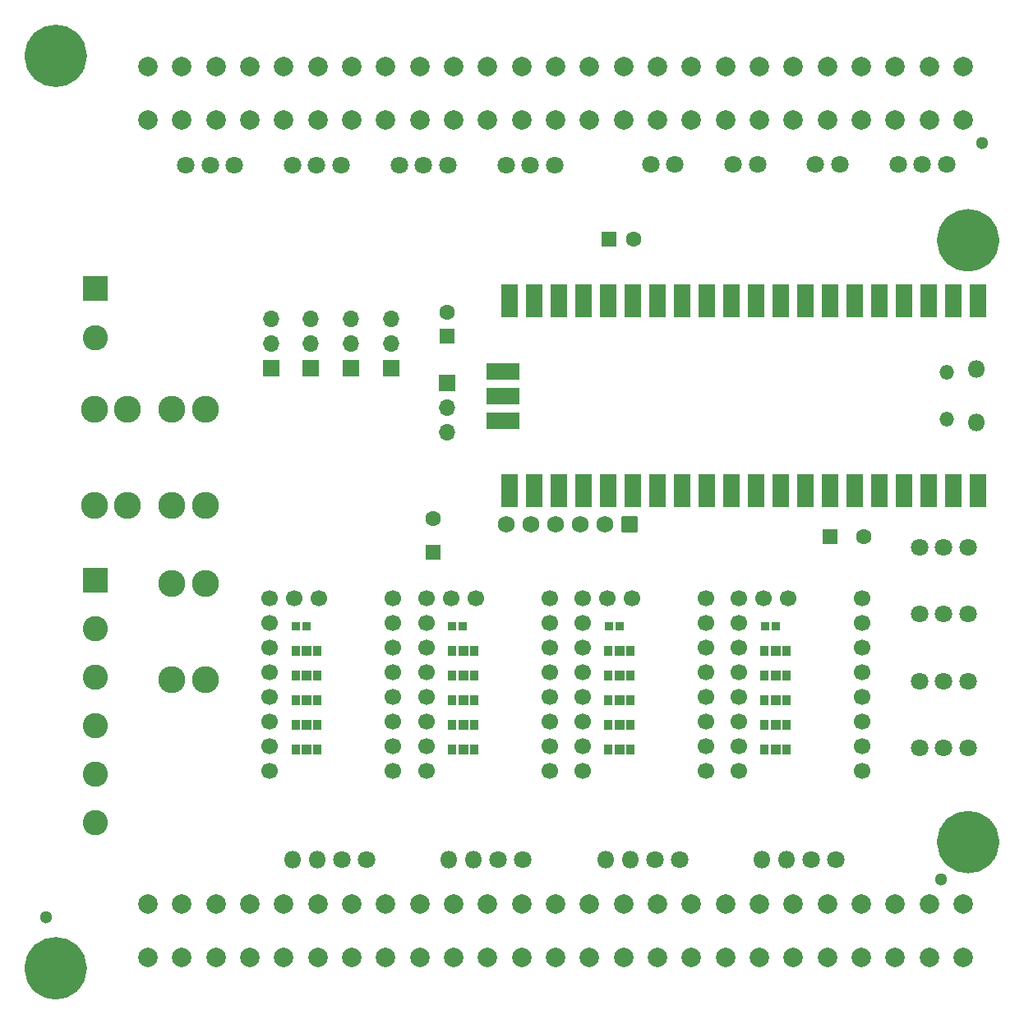
<source format=gbs>
G04 #@! TF.GenerationSoftware,KiCad,Pcbnew,8.0.4*
G04 #@! TF.CreationDate,2024-11-23T11:06:33-08:00*
G04 #@! TF.ProjectId,rpi pico printer board,72706920-7069-4636-9f20-7072696e7465,rev?*
G04 #@! TF.SameCoordinates,Original*
G04 #@! TF.FileFunction,Soldermask,Bot*
G04 #@! TF.FilePolarity,Negative*
%FSLAX46Y46*%
G04 Gerber Fmt 4.6, Leading zero omitted, Abs format (unit mm)*
G04 Created by KiCad (PCBNEW 8.0.4) date 2024-11-23 11:06:33*
%MOMM*%
%LPD*%
G01*
G04 APERTURE LIST*
G04 Aperture macros list*
%AMRoundRect*
0 Rectangle with rounded corners*
0 $1 Rounding radius*
0 $2 $3 $4 $5 $6 $7 $8 $9 X,Y pos of 4 corners*
0 Add a 4 corners polygon primitive as box body*
4,1,4,$2,$3,$4,$5,$6,$7,$8,$9,$2,$3,0*
0 Add four circle primitives for the rounded corners*
1,1,$1+$1,$2,$3*
1,1,$1+$1,$4,$5*
1,1,$1+$1,$6,$7*
1,1,$1+$1,$8,$9*
0 Add four rect primitives between the rounded corners*
20,1,$1+$1,$2,$3,$4,$5,0*
20,1,$1+$1,$4,$5,$6,$7,0*
20,1,$1+$1,$6,$7,$8,$9,0*
20,1,$1+$1,$8,$9,$2,$3,0*%
G04 Aperture macros list end*
%ADD10C,3.225000*%
%ADD11R,1.600000X1.600000*%
%ADD12C,1.600000*%
%ADD13C,1.800000*%
%ADD14C,1.700000*%
%ADD15RoundRect,0.250000X0.620000X0.620000X-0.620000X0.620000X-0.620000X-0.620000X0.620000X-0.620000X0*%
%ADD16C,1.740000*%
%ADD17R,1.700000X1.700000*%
%ADD18O,1.700000X1.700000*%
%ADD19C,1.300000*%
%ADD20O,1.800000X1.800000*%
%ADD21C,2.000000*%
%ADD22C,2.780000*%
%ADD23R,2.600000X2.600000*%
%ADD24C,2.600000*%
%ADD25C,3.200000*%
%ADD26R,0.862500X1.000000*%
%ADD27R,1.000000X1.000000*%
%ADD28R,0.900000X0.950000*%
%ADD29O,1.500000X1.500000*%
%ADD30R,1.700000X3.500000*%
%ADD31R,3.500000X1.700000*%
G04 APERTURE END LIST*
D10*
X54612500Y-53000000D02*
G75*
G02*
X51387500Y-53000000I-1612500J0D01*
G01*
X51387500Y-53000000D02*
G75*
G02*
X54612500Y-53000000I1612500J0D01*
G01*
X148612500Y-72000000D02*
G75*
G02*
X145387500Y-72000000I-1612500J0D01*
G01*
X145387500Y-72000000D02*
G75*
G02*
X148612500Y-72000000I1612500J0D01*
G01*
X54612500Y-147000000D02*
G75*
G02*
X51387500Y-147000000I-1612500J0D01*
G01*
X51387500Y-147000000D02*
G75*
G02*
X54612500Y-147000000I1612500J0D01*
G01*
X148612500Y-134000000D02*
G75*
G02*
X145387500Y-134000000I-1612500J0D01*
G01*
X145387500Y-134000000D02*
G75*
G02*
X148612500Y-134000000I1612500J0D01*
G01*
D11*
X91900000Y-104152651D03*
D12*
X91900000Y-100652651D03*
D13*
X77380000Y-64300000D03*
X79900000Y-64300000D03*
X82420000Y-64300000D03*
X139780000Y-64200000D03*
X142300000Y-64200000D03*
X144820000Y-64200000D03*
D14*
X119975000Y-126669999D03*
X119975000Y-124129999D03*
X119975000Y-121589999D03*
X119975000Y-119049999D03*
X119975000Y-116509999D03*
X119975000Y-113969999D03*
X119975000Y-111429999D03*
X119975000Y-108889999D03*
X107275000Y-108889999D03*
X107275000Y-111429999D03*
X107275000Y-113969999D03*
X107275000Y-116509999D03*
X107275000Y-119049999D03*
X107275000Y-121589999D03*
X107275000Y-124129999D03*
X107275000Y-126669999D03*
X109815000Y-108889999D03*
X112355000Y-108889999D03*
X136075000Y-126669999D03*
X136075000Y-124129999D03*
X136075000Y-121589999D03*
X136075000Y-119049999D03*
X136075000Y-116509999D03*
X136075000Y-113969999D03*
X136075000Y-111429999D03*
X136075000Y-108889999D03*
X123375000Y-108889999D03*
X123375000Y-111429999D03*
X123375000Y-113969999D03*
X123375000Y-116509999D03*
X123375000Y-119049999D03*
X123375000Y-121589999D03*
X123375000Y-124129999D03*
X123375000Y-126669999D03*
X125915000Y-108889999D03*
X128455000Y-108889999D03*
D15*
X112150000Y-101300000D03*
D16*
X109610000Y-101300000D03*
X107070000Y-101300000D03*
X104530000Y-101300000D03*
X101990000Y-101300000D03*
X99450000Y-101300000D03*
D17*
X79300000Y-85175000D03*
D18*
X79300000Y-82635000D03*
X79300000Y-80095000D03*
D13*
X66380000Y-64300000D03*
X68900000Y-64300000D03*
X71420000Y-64300000D03*
D19*
X52000000Y-141700000D03*
D13*
X114290000Y-64200000D03*
X116810000Y-64200000D03*
X147020000Y-117425000D03*
X144500000Y-117425000D03*
X141980000Y-117425000D03*
D11*
X132747349Y-102500000D03*
D12*
X136247349Y-102500000D03*
D17*
X93350000Y-86700000D03*
D18*
X93350000Y-89240000D03*
X93350000Y-91780000D03*
D13*
X117255000Y-135775000D03*
X114735000Y-135775000D03*
D20*
X112215000Y-135775000D03*
X109695000Y-135775000D03*
D17*
X87600000Y-85160000D03*
D18*
X87600000Y-82620000D03*
X87600000Y-80080000D03*
D21*
X146500000Y-145900000D03*
X146500000Y-140400000D03*
X143000000Y-145900000D03*
X143000000Y-140400000D03*
X139500000Y-145900000D03*
X139500000Y-140400000D03*
X136000000Y-145900000D03*
X136000000Y-140400000D03*
X132500000Y-145900000D03*
X132500000Y-140400000D03*
X129000000Y-145900000D03*
X129000000Y-140400000D03*
X125500000Y-145900000D03*
X125500000Y-140400000D03*
X122000000Y-145900000D03*
X122000000Y-140400000D03*
X118500000Y-145900000D03*
X118500000Y-140400000D03*
X115000000Y-145900000D03*
X115000000Y-140400000D03*
X111500000Y-145900000D03*
X111500000Y-140400000D03*
X108000000Y-145900000D03*
X108000000Y-140400000D03*
X104500000Y-145900000D03*
X104500000Y-140400000D03*
X101000000Y-145900000D03*
X101000000Y-140400000D03*
X97500000Y-145900000D03*
X97500000Y-140400000D03*
X94000000Y-145900000D03*
X94000000Y-140400000D03*
X90500000Y-145900000D03*
X90500000Y-140400000D03*
X87000000Y-145900000D03*
X87000000Y-140400000D03*
X83500000Y-145900000D03*
X83500000Y-140400000D03*
X80000000Y-145900000D03*
X80000000Y-140400000D03*
X76500000Y-145900000D03*
X76500000Y-140400000D03*
X73000000Y-145900000D03*
X73000000Y-140400000D03*
X69500000Y-145900000D03*
X69500000Y-140400000D03*
X66000000Y-145900000D03*
X66000000Y-140400000D03*
X62500000Y-145900000D03*
X62500000Y-140400000D03*
D13*
X122790000Y-64200000D03*
X125310000Y-64200000D03*
X147020000Y-103600000D03*
X144500000Y-103600000D03*
X141980000Y-103600000D03*
D17*
X75200000Y-85175000D03*
D18*
X75200000Y-82635000D03*
X75200000Y-80095000D03*
D13*
X85005000Y-135775000D03*
X82485000Y-135775000D03*
D20*
X79965000Y-135775000D03*
X77445000Y-135775000D03*
D13*
X88380000Y-64300000D03*
X90900000Y-64300000D03*
X93420000Y-64300000D03*
X99380000Y-64300000D03*
X101900000Y-64300000D03*
X104420000Y-64300000D03*
D21*
X62500000Y-54100000D03*
X62500000Y-59600000D03*
X66000000Y-54100000D03*
X66000000Y-59600000D03*
X69500000Y-54100000D03*
X69500000Y-59600000D03*
X73000000Y-54100000D03*
X73000000Y-59600000D03*
X76500000Y-54100000D03*
X76500000Y-59600000D03*
X80000000Y-54100000D03*
X80000000Y-59600000D03*
X83500000Y-54100000D03*
X83500000Y-59600000D03*
X87000000Y-54100000D03*
X87000000Y-59600000D03*
X90500000Y-54100000D03*
X90500000Y-59600000D03*
X94000000Y-54100000D03*
X94000000Y-59600000D03*
X97500000Y-54100000D03*
X97500000Y-59600000D03*
X101000000Y-54100000D03*
X101000000Y-59600000D03*
X104500000Y-54100000D03*
X104500000Y-59600000D03*
X108000000Y-54100000D03*
X108000000Y-59600000D03*
X111500000Y-54100000D03*
X111500000Y-59600000D03*
X115000000Y-54100000D03*
X115000000Y-59600000D03*
X118500000Y-54100000D03*
X118500000Y-59600000D03*
X122000000Y-54100000D03*
X122000000Y-59600000D03*
X125500000Y-54100000D03*
X125500000Y-59600000D03*
X129000000Y-54100000D03*
X129000000Y-59600000D03*
X132500000Y-54100000D03*
X132500000Y-59600000D03*
X136000000Y-54100000D03*
X136000000Y-59600000D03*
X139500000Y-54100000D03*
X139500000Y-59600000D03*
X143000000Y-54100000D03*
X143000000Y-59600000D03*
X146500000Y-54100000D03*
X146500000Y-59600000D03*
D22*
X68400000Y-107370000D03*
X65000000Y-107370000D03*
X68400000Y-117290000D03*
X65000000Y-117290000D03*
D11*
X93300000Y-81900000D03*
D12*
X93300000Y-79400000D03*
D14*
X87750000Y-126654999D03*
X87750000Y-124114999D03*
X87750000Y-121574999D03*
X87750000Y-119034999D03*
X87750000Y-116494999D03*
X87750000Y-113954999D03*
X87750000Y-111414999D03*
X87750000Y-108874999D03*
X75050000Y-108874999D03*
X75050000Y-111414999D03*
X75050000Y-113954999D03*
X75050000Y-116494999D03*
X75050000Y-119034999D03*
X75050000Y-121574999D03*
X75050000Y-124114999D03*
X75050000Y-126654999D03*
X77590000Y-108874999D03*
X80130000Y-108874999D03*
D13*
X133330000Y-135775000D03*
X130810000Y-135775000D03*
D20*
X128290000Y-135775000D03*
X125770000Y-135775000D03*
D13*
X131290000Y-64200000D03*
X133810000Y-64200000D03*
D23*
X57095000Y-77000000D03*
D24*
X57095000Y-82000000D03*
D19*
X144200000Y-137800000D03*
D25*
X53000000Y-53000000D03*
X147000000Y-72000000D03*
D13*
X147020000Y-110500000D03*
X144500000Y-110500000D03*
X141980000Y-110500000D03*
D19*
X148400000Y-62000000D03*
D13*
X147020000Y-124325000D03*
X144500000Y-124325000D03*
X141980000Y-124325000D03*
D22*
X65000000Y-99330000D03*
X68400000Y-99330000D03*
X65000000Y-89410000D03*
X68400000Y-89410000D03*
D13*
X101080000Y-135775000D03*
X98560000Y-135775000D03*
D20*
X96040000Y-135775000D03*
X93520000Y-135775000D03*
D25*
X53000000Y-147000000D03*
X147000000Y-134000000D03*
D14*
X103875000Y-126669999D03*
X103875000Y-124129999D03*
X103875000Y-121589999D03*
X103875000Y-119049999D03*
X103875000Y-116509999D03*
X103875000Y-113969999D03*
X103875000Y-111429999D03*
X103875000Y-108889999D03*
X91175000Y-108889999D03*
X91175000Y-111429999D03*
X91175000Y-113969999D03*
X91175000Y-116509999D03*
X91175000Y-119049999D03*
X91175000Y-121589999D03*
X91175000Y-124129999D03*
X91175000Y-126669999D03*
X93715000Y-108889999D03*
X96255000Y-108889999D03*
D22*
X57000000Y-99330000D03*
X60400000Y-99330000D03*
X57000000Y-89410000D03*
X60400000Y-89410000D03*
D23*
X57100000Y-107000000D03*
D24*
X57100000Y-112000000D03*
X57100000Y-117000000D03*
X57100000Y-122000000D03*
X57100000Y-127000000D03*
X57100000Y-132000000D03*
D17*
X83400000Y-85175000D03*
D18*
X83400000Y-82635000D03*
X83400000Y-80095000D03*
D11*
X110000000Y-71900000D03*
D12*
X112500000Y-71900000D03*
D26*
X109943750Y-119410000D03*
D27*
X111075000Y-119410000D03*
D26*
X112206250Y-119410000D03*
X77718750Y-121935000D03*
D27*
X78850000Y-121935000D03*
D26*
X79981250Y-121935000D03*
X93843750Y-119410000D03*
D27*
X94975000Y-119410000D03*
D26*
X96106250Y-119410000D03*
X77718750Y-119395000D03*
D27*
X78850000Y-119395000D03*
D26*
X79981250Y-119395000D03*
D28*
X109962500Y-111750000D03*
X111062500Y-111750000D03*
D26*
X126043750Y-124490000D03*
D27*
X127175000Y-124490000D03*
D26*
X128306250Y-124490000D03*
X126043750Y-114330000D03*
D27*
X127175000Y-114330000D03*
D26*
X128306250Y-114330000D03*
X126043750Y-121950000D03*
D27*
X127175000Y-121950000D03*
D26*
X128306250Y-121950000D03*
X126043750Y-119410000D03*
D27*
X127175000Y-119410000D03*
D26*
X128306250Y-119410000D03*
D28*
X77737500Y-111735000D03*
X78837500Y-111735000D03*
D26*
X109943750Y-124490000D03*
D27*
X111075000Y-124490000D03*
D26*
X112206250Y-124490000D03*
D20*
X147870000Y-90735000D03*
D29*
X144840000Y-90435000D03*
X144840000Y-85585000D03*
D20*
X147870000Y-85285000D03*
D30*
X148000000Y-97800000D03*
X145460000Y-97800000D03*
X142920000Y-97800000D03*
X140380000Y-97800000D03*
X137840000Y-97800000D03*
X135300000Y-97800000D03*
X132760000Y-97800000D03*
X130220000Y-97800000D03*
X127680000Y-97800000D03*
X125140000Y-97800000D03*
X122600000Y-97800000D03*
X120060000Y-97800000D03*
X117520000Y-97800000D03*
X114980000Y-97800000D03*
X112440000Y-97800000D03*
X109900000Y-97800000D03*
X107360000Y-97800000D03*
X104820000Y-97800000D03*
X102280000Y-97800000D03*
X99740000Y-97800000D03*
X99740000Y-78220000D03*
X102280000Y-78220000D03*
X104820000Y-78220000D03*
X107360000Y-78220000D03*
X109900000Y-78220000D03*
X112440000Y-78220000D03*
X114980000Y-78220000D03*
X117520000Y-78220000D03*
X120060000Y-78220000D03*
X122600000Y-78220000D03*
X125140000Y-78220000D03*
X127680000Y-78220000D03*
X130220000Y-78220000D03*
X132760000Y-78220000D03*
X135300000Y-78220000D03*
X137840000Y-78220000D03*
X140380000Y-78220000D03*
X142920000Y-78220000D03*
X145460000Y-78220000D03*
X148000000Y-78220000D03*
D31*
X99070000Y-90550000D03*
X99070000Y-88010000D03*
X99070000Y-85470000D03*
D28*
X126062500Y-111750000D03*
X127162500Y-111750000D03*
D26*
X77718750Y-116855000D03*
D27*
X78850000Y-116855000D03*
D26*
X79981250Y-116855000D03*
X77718750Y-114315000D03*
D27*
X78850000Y-114315000D03*
D26*
X79981250Y-114315000D03*
X109943750Y-114330000D03*
D27*
X111075000Y-114330000D03*
D26*
X112206250Y-114330000D03*
X109943750Y-116870000D03*
D27*
X111075000Y-116870000D03*
D26*
X112206250Y-116870000D03*
X126043750Y-116870000D03*
D27*
X127175000Y-116870000D03*
D26*
X128306250Y-116870000D03*
X93843750Y-121950000D03*
D27*
X94975000Y-121950000D03*
D26*
X96106250Y-121950000D03*
X93843750Y-116870000D03*
D27*
X94975000Y-116870000D03*
D26*
X96106250Y-116870000D03*
D28*
X93862500Y-111750000D03*
X94962500Y-111750000D03*
D26*
X109943750Y-121950000D03*
D27*
X111075000Y-121950000D03*
D26*
X112206250Y-121950000D03*
X77718750Y-124475000D03*
D27*
X78850000Y-124475000D03*
D26*
X79981250Y-124475000D03*
X93843750Y-114330000D03*
D27*
X94975000Y-114330000D03*
D26*
X96106250Y-114330000D03*
X93843750Y-124490000D03*
D27*
X94975000Y-124490000D03*
D26*
X96106250Y-124490000D03*
M02*

</source>
